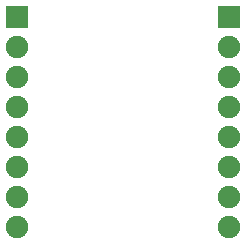
<source format=gbs>
G04 DipTrace 3.1.0.1*
G04 HelloWorld1.gbs*
%MOIN*%
G04 #@! TF.FileFunction,Soldermask,Bot*
G04 #@! TF.Part,Single*
%ADD27C,0.074929*%
%ADD29R,0.074929X0.074929*%
%FSLAX26Y26*%
G04*
G70*
G90*
G75*
G01*
G04 BotMask*
%LPD*%
D29*
X474000Y1194000D3*
D27*
Y1094000D3*
Y994000D3*
Y894000D3*
Y794000D3*
Y694000D3*
Y594000D3*
Y494000D3*
D29*
X1178921Y1194000D3*
D27*
Y1094000D3*
Y994000D3*
Y894000D3*
Y794000D3*
Y694000D3*
Y594000D3*
Y494000D3*
M02*

</source>
